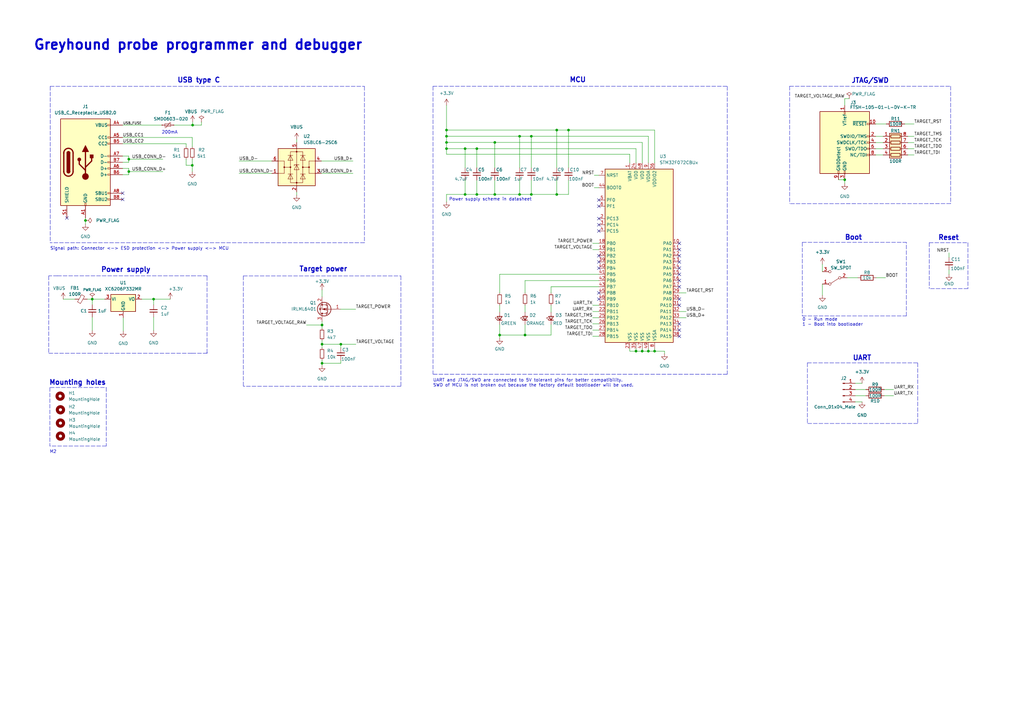
<source format=kicad_sch>
(kicad_sch (version 20211123) (generator eeschema)
  (paper "A3")
  (title_block (title "Greyhound probe programmer and debugger") (date "2022-08-19") (rev "0.1") (company "Jan Gnip"))
  (lib_symbols
    (symbol "Connector:Conn_01x04_Male" (pin_names (offset 1.016) hide)
      (property "Reference" "J" (at 0 5.08 0))
      (property "Value" "Conn_01x04_Male" (at 0 -7.62 0))
      (symbol "Conn_01x04_Male_1_1"
        (pin passive line (at 5.08 2.54 180) (length 3.81) (name "Pin_1") (number "1"))
        (pin passive line (at 5.08 0 180) (length 3.81) (name "Pin_2") (number "2"))
        (pin passive line (at 5.08 -2.54 180) (length 3.81) (name "Pin_3") (number "3"))
        (pin passive line (at 5.08 -5.08 180) (length 3.81) (name "Pin_4") (number "4"))
      )
    )
    (symbol "Connector:Conn_ARM_JTAG_SWD_10" (pin_names (offset 1.016))
      (property "Reference" "J3" (at 4.699 16.383 0))
      (property "Value" "FTSH-105-01-L-DV-K-TR" (at 29.337 14.478 0))
      (symbol "Conn_ARM_JTAG_SWD_10_1_1"
        (pin power_in line (at 0 15.24 270) (length 2.54) (name "VTref") (number "1"))
        (pin open_collector line (at 12.7 7.62 180) (length 2.54) (name "~{RESET}") (number "10"))
        (pin bidirectional line (at 12.7 2.54 180) (length 2.54) (name "SWDIO/TMS") (number "2"))
        (pin power_in line (at 0 -15.24 90) (length 2.54) (name "GND") (number "3"))
        (pin output line (at 12.7 0 180) (length 2.54) (name "SWDCLK/TCK") (number "4"))
        (pin passive line (at 0 -15.24 90) (length 2.54) hide (name "GND") (number "5"))
        (pin input line (at 12.7 -2.54 180) (length 2.54) (name "SWO/TDO") (number "6"))
        (pin no_connect line (at -10.16 0 0) (length 2.54) hide (name "KEY") (number "7"))
        (pin output line (at 12.7 -5.08 180) (length 2.54) (name "NC/TDI") (number "8"))
        (pin passive line (at -2.54 -15.24 90) (length 2.54) (name "GNDDetect") (number "9"))
      )
    )
    (symbol "Connector:USB_C_Receptacle_USB2.0" (pin_names (offset 1.016))
      (property "Reference" "J" (at -10.16 19.05 0))
      (property "Value" "USB_C_Receptacle_USB2.0" (at 19.05 19.05 0))
      (symbol "USB_C_Receptacle_USB2.0_1_1"
        (pin passive line (at 0 -22.86 90) (length 5.08) (name "GND") (number "A1"))
        (pin passive line (at 0 -22.86 90) (length 5.08) hide (name "GND") (number "A12"))
        (pin passive line (at 15.24 15.24 180) (length 5.08) (name "VBUS") (number "A4"))
        (pin bidirectional line (at 15.24 10.16 180) (length 5.08) (name "CC1") (number "A5"))
        (pin bidirectional line (at 15.24 -2.54 180) (length 5.08) (name "D+") (number "A6"))
        (pin bidirectional line (at 15.24 2.54 180) (length 5.08) (name "D-") (number "A7"))
        (pin bidirectional line (at 15.24 -12.7 180) (length 5.08) (name "SBU1") (number "A8"))
        (pin passive line (at 15.24 15.24 180) (length 5.08) hide (name "VBUS") (number "A9"))
        (pin passive line (at 0 -22.86 90) (length 5.08) hide (name "GND") (number "B1"))
        (pin passive line (at 0 -22.86 90) (length 5.08) hide (name "GND") (number "B12"))
        (pin passive line (at 15.24 15.24 180) (length 5.08) hide (name "VBUS") (number "B4"))
        (pin bidirectional line (at 15.24 7.62 180) (length 5.08) (name "CC2") (number "B5"))
        (pin bidirectional line (at 15.24 -5.08 180) (length 5.08) (name "D+") (number "B6"))
        (pin bidirectional line (at 15.24 0 180) (length 5.08) (name "D-") (number "B7"))
        (pin bidirectional line (at 15.24 -15.24 180) (length 5.08) (name "SBU2") (number "B8"))
        (pin passive line (at 15.24 15.24 180) (length 5.08) hide (name "VBUS") (number "B9"))
        (pin passive line (at -7.62 -22.86 90) (length 5.08) (name "SHIELD") (number "S1"))
      )
    )
    (symbol "Device:C_Small" (pin_numbers hide) (pin_names (offset 0.254) hide)
      (property "Reference" "C" (at 0.254 1.778 0))
      (property "Value" "C_Small" (at 0.254 -2.032 0))
      (symbol "C_Small_1_1"
        (pin passive line (at 0 2.54 270) (length 2.032) (name "~") (number "1"))
        (pin passive line (at 0 -2.54 90) (length 2.032) (name "~") (number "2"))
      )
    )
    (symbol "Device:FerriteBead_Small" (pin_numbers hide) (pin_names (offset 0))
      (property "Reference" "FB" (at 1.905 1.27 0))
      (property "Value" "FerriteBead_Small" (at 1.905 -1.27 0))
      (symbol "FerriteBead_Small_1_1"
        (pin passive line (at 0 2.54 270) (length 1.27) (name "~") (number "1"))
        (pin passive line (at 0 -2.54 90) (length 1.27) (name "~") (number "2"))
      )
    )
    (symbol "Device:LED_Small" (pin_numbers hide) (pin_names (offset 0.254) hide)
      (property "Reference" "D" (at -1.27 3.175 0))
      (property "Value" "LED_Small" (at -4.445 -2.54 0))
      (symbol "LED_Small_1_1"
        (pin passive line (at -2.54 0 0) (length 1.778) (name "K") (number "1"))
        (pin passive line (at 2.54 0 180) (length 1.778) (name "A") (number "2"))
      )
    )
    (symbol "Device:Polyfuse_Small" (pin_numbers hide) (pin_names (offset 0))
      (property "Reference" "F" (at -1.905 0 90))
      (property "Value" "Polyfuse_Small" (at 1.905 0 90))
      (symbol "Polyfuse_Small_1_1"
        (pin passive line (at 0 2.54 270) (length 0.635) (name "~") (number "1"))
        (pin passive line (at 0 -2.54 90) (length 0.635) (name "~") (number "2"))
      )
    )
    (symbol "Device:R" (pin_numbers hide) (pin_names (offset 0))
      (property "Reference" "R" (at 2.032 0 90))
      (property "Value" "R" (at 0 0 90))
      (symbol "R_1_1"
        (pin passive line (at 0 3.81 270) (length 1.27) (name "~") (number "1"))
        (pin passive line (at 0 -3.81 90) (length 1.27) (name "~") (number "2"))
      )
    )
    (symbol "Device:R_Pack04" (pin_names (offset 0) hide)
      (property "Reference" "RN" (at -7.62 0 90))
      (property "Value" "R_Pack04" (at 5.08 0 90))
      (symbol "R_Pack04_1_1"
        (pin passive line (at -5.08 -5.08 90) (length 2.54) (name "R1.1") (number "1"))
        (pin passive line (at -2.54 -5.08 90) (length 2.54) (name "R2.1") (number "2"))
        (pin passive line (at 0 -5.08 90) (length 2.54) (name "R3.1") (number "3"))
        (pin passive line (at 2.54 -5.08 90) (length 2.54) (name "R4.1") (number "4"))
        (pin passive line (at 2.54 5.08 270) (length 2.54) (name "R4.2") (number "5"))
        (pin passive line (at 0 5.08 270) (length 2.54) (name "R3.2") (number "6"))
        (pin passive line (at -2.54 5.08 270) (length 2.54) (name "R2.2") (number "7"))
        (pin passive line (at -5.08 5.08 270) (length 2.54) (name "R1.2") (number "8"))
      )
    )
    (symbol "Device:R_Small" (pin_numbers hide) (pin_names (offset 0.254) hide)
      (property "Reference" "R" (at 0.762 0.508 0))
      (property "Value" "R_Small" (at 0.762 -1.016 0))
      (symbol "R_Small_1_1"
        (pin passive line (at 0 2.54 270) (length 0.762) (name "~") (number "1"))
        (pin passive line (at 0 -2.54 90) (length 0.762) (name "~") (number "2"))
      )
    )
    (symbol "MCU_ST_STM32F0:STM32F072CBUx"
      (property "Reference" "U" (at -15.24 36.83 0))
      (property "Value" "STM32F072CBUx" (at 7.62 36.83 0))
      (symbol "STM32F072CBUx_1_1"
        (pin power_in line (at -5.08 38.1 270) (length 2.54) (name "VBAT") (number "1"))
        (pin bidirectional line (at 15.24 5.08 180) (length 2.54) (name "PA0") (number "10"))
        (pin bidirectional line (at 15.24 2.54 180) (length 2.54) (name "PA1") (number "11"))
        (pin bidirectional line (at 15.24 0 180) (length 2.54) (name "PA2") (number "12"))
        (pin bidirectional line (at 15.24 -2.54 180) (length 2.54) (name "PA3") (number "13"))
        (pin bidirectional line (at 15.24 -5.08 180) (length 2.54) (name "PA4") (number "14"))
        (pin bidirectional line (at 15.24 -7.62 180) (length 2.54) (name "PA5") (number "15"))
        (pin bidirectional line (at 15.24 -10.16 180) (length 2.54) (name "PA6") (number "16"))
        (pin bidirectional line (at 15.24 -12.7 180) (length 2.54) (name "PA7") (number "17"))
        (pin bidirectional line (at -17.78 5.08 0) (length 2.54) (name "PB0") (number "18"))
        (pin bidirectional line (at -17.78 2.54 0) (length 2.54) (name "PB1") (number "19"))
        (pin bidirectional line (at -17.78 15.24 0) (length 2.54) (name "PC13") (number "2"))
        (pin bidirectional line (at -17.78 0 0) (length 2.54) (name "PB2") (number "20"))
        (pin bidirectional line (at -17.78 -20.32 0) (length 2.54) (name "PB10") (number "21"))
        (pin bidirectional line (at -17.78 -22.86 0) (length 2.54) (name "PB11") (number "22"))
        (pin power_in line (at -5.08 -38.1 90) (length 2.54) (name "VSS") (number "23"))
        (pin power_in line (at -2.54 38.1 270) (length 2.54) (name "VDD") (number "24"))
        (pin bidirectional line (at -17.78 -25.4 0) (length 2.54) (name "PB12") (number "25"))
        (pin bidirectional line (at -17.78 -27.94 0) (length 2.54) (name "PB13") (number "26"))
        (pin bidirectional line (at -17.78 -30.48 0) (length 2.54) (name "PB14") (number "27"))
        (pin bidirectional line (at -17.78 -33.02 0) (length 2.54) (name "PB15") (number "28"))
        (pin bidirectional line (at 15.24 -15.24 180) (length 2.54) (name "PA8") (number "29"))
        (pin bidirectional line (at -17.78 12.7 0) (length 2.54) (name "PC14") (number "3"))
        (pin bidirectional line (at 15.24 -17.78 180) (length 2.54) (name "PA9") (number "30"))
        (pin bidirectional line (at 15.24 -20.32 180) (length 2.54) (name "PA10") (number "31"))
        (pin bidirectional line (at 15.24 -22.86 180) (length 2.54) (name "PA11") (number "32"))
        (pin bidirectional line (at 15.24 -25.4 180) (length 2.54) (name "PA12") (number "33"))
        (pin bidirectional line (at 15.24 -27.94 180) (length 2.54) (name "PA13") (number "34"))
        (pin power_in line (at -2.54 -38.1 90) (length 2.54) (name "VSS") (number "35"))
        (pin power_in line (at 5.08 38.1 270) (length 2.54) (name "VDDIO2") (number "36"))
        (pin bidirectional line (at 15.24 -30.48 180) (length 2.54) (name "PA14") (number "37"))
        (pin bidirectional line (at 15.24 -33.02 180) (length 2.54) (name "PA15") (number "38"))
        (pin bidirectional line (at -17.78 -2.54 0) (length 2.54) (name "PB3") (number "39"))
        (pin bidirectional line (at -17.78 10.16 0) (length 2.54) (name "PC15") (number "4"))
        (pin bidirectional line (at -17.78 -5.08 0) (length 2.54) (name "PB4") (number "40"))
        (pin bidirectional line (at -17.78 -7.62 0) (length 2.54) (name "PB5") (number "41"))
        (pin bidirectional line (at -17.78 -10.16 0) (length 2.54) (name "PB6") (number "42"))
        (pin bidirectional line (at -17.78 -12.7 0) (length 2.54) (name "PB7") (number "43"))
        (pin input line (at -17.78 27.94 0) (length 2.54) (name "BOOT0") (number "44"))
        (pin bidirectional line (at -17.78 -15.24 0) (length 2.54) (name "PB8") (number "45"))
        (pin bidirectional line (at -17.78 -17.78 0) (length 2.54) (name "PB9") (number "46"))
        (pin power_in line (at 0 -38.1 90) (length 2.54) (name "VSS") (number "47"))
        (pin power_in line (at 0 38.1 270) (length 2.54) (name "VDD") (number "48"))
        (pin power_in line (at 2.54 -38.1 90) (length 2.54) (name "VSS") (number "49"))
        (pin input line (at -17.78 22.86 0) (length 2.54) (name "PF0") (number "5"))
        (pin input line (at -17.78 20.32 0) (length 2.54) (name "PF1") (number "6"))
        (pin input line (at -17.78 33.02 0) (length 2.54) (name "NRST") (number "7"))
        (pin power_in line (at 5.08 -38.1 90) (length 2.54) (name "VSSA") (number "8"))
        (pin power_in line (at 2.54 38.1 270) (length 2.54) (name "VDDA") (number "9"))
      )
    )
    (symbol "Mechanical:MountingHole" (pin_names (offset 1.016))
      (property "Reference" "H" (at 0 5.08 0))
      (property "Value" "MountingHole" (at 0 3.175 0))
    )
    (symbol "Power_Protection:USBLC6-2SC6" (pin_names hide)
      (property "Reference" "U" (at 2.54 8.89 0))
      (property "Value" "USBLC6-2SC6" (at 2.54 -8.89 0))
      (symbol "USBLC6-2SC6_1_1"
        (pin passive line (at -10.16 -2.54 0) (length 2.54) (name "I/O1") (number "1"))
        (pin passive line (at 0 -10.16 90) (length 2.54) (name "GND") (number "2"))
        (pin passive line (at 10.16 -2.54 180) (length 2.54) (name "I/O2") (number "3"))
        (pin passive line (at 10.16 2.54 180) (length 2.54) (name "I/O2") (number "4"))
        (pin passive line (at 0 10.16 270) (length 2.54) (name "VBUS") (number "5"))
        (pin passive line (at -10.16 2.54 0) (length 2.54) (name "I/O1") (number "6"))
      )
    )
    (symbol "Regulator_Linear:XC6206PxxxMR" (pin_names (offset 0.254))
      (property "Reference" "U" (at -3.81 3.175 0))
      (property "Value" "XC6206PxxxMR" (at 0 3.175 0))
      (symbol "XC6206PxxxMR_1_1"
        (pin power_in line (at 0 -7.62 90) (length 2.54) (name "GND") (number "1"))
        (pin power_out line (at 7.62 0 180) (length 2.54) (name "VO") (number "2"))
        (pin power_in line (at -7.62 0 0) (length 2.54) (name "VI") (number "3"))
      )
    )
    (symbol "Switch:SW_SPDT" (pin_names (offset 0) hide)
      (property "Reference" "SW" (at 0 4.318 0))
      (property "Value" "SW_SPDT" (at 0 -5.08 0))
      (symbol "SW_SPDT_1_1"
        (pin passive line (at 5.08 2.54 180) (length 2.54) (name "A") (number "1"))
        (pin passive line (at -5.08 0 0) (length 2.54) (name "B") (number "2"))
        (pin passive line (at 5.08 -2.54 180) (length 2.54) (name "C") (number "3"))
      )
    )
    (symbol "Transistor_FET:IRLML6401" (pin_names hide)
      (property "Reference" "Q" (at 5.08 1.905 0))
      (property "Value" "IRLML6401" (at 5.08 0 0))
      (symbol "IRLML6401_1_1"
        (pin input line (at -5.08 0 0) (length 2.54) (name "G") (number "1"))
        (pin passive line (at 2.54 -5.08 90) (length 2.54) (name "S") (number "2"))
        (pin passive line (at 2.54 5.08 270) (length 2.54) (name "D") (number "3"))
      )
    )
    (symbol "power:+3.3V" (power) (pin_names (offset 0))
      (property "Value" "+3.3V" (at 0 3.556 0))
      (symbol "+3.3V_1_1"
        (pin power_in line (at 0 0 90) (length 0) hide (name "+3.3V") (number "1"))
      )
    )
    (symbol "power:GND" (power) (pin_names (offset 0))
      (property "Value" "GND" (at 0 -3.81 0))
      (symbol "GND_1_1"
        (pin power_in line (at 0 0 270) (length 0) hide (name "GND") (number "1"))
      )
    )
    (symbol "power:PWR_FLAG" (power) (pin_numbers hide) (pin_names (offset 0) hide)
      (property "Value" "PWR_FLAG" (at 0 3.81 0))
      (symbol "PWR_FLAG_0_0"
        (pin power_out line (at 0 0 90) (length 0) (name "pwr") (number "1"))
      )
    )
    (symbol "power:VBUS" (power) (pin_names (offset 0))
      (property "Value" "VBUS" (at 0 3.81 0))
      (symbol "VBUS_1_1"
        (pin power_in line (at 0 0 90) (length 0) hide (name "VBUS") (number "1"))
      )
    )
  )
  (junction (at 215.3412 137.414))
  (junction (at 217.932 79.756))
  (junction (at 190.754 79.756))
  (junction (at 195.58 60.96))
  (junction (at 217.932 55.88))
  (junction (at 78.867 67.818))
  (junction (at 233.172 53.34))
  (junction (at 228.346 53.34))
  (junction (at 78.994 51.308))
  (junction (at 183.134 60.96))
  (junction (at 213.106 55.88))
  (junction (at 263.398 144.018))
  (junction (at 37.846 122.682))
  (junction (at 228.346 79.756))
  (junction (at 346.456 73.7108))
  (junction (at 132.08 141.1732))
  (junction (at 62.992 122.682))
  (junction (at 190.754 60.96))
  (junction (at 268.478 144.018))
  (junction (at 202.946 58.42))
  (junction (at 202.946 79.756))
  (junction (at 183.134 53.34))
  (junction (at 213.106 79.756))
  (junction (at 195.58 79.756))
  (junction (at 132.08 133.2992))
  (junction (at 265.938 144.018))
  (junction (at 52.832 70.358))
  (junction (at 204.9272 137.414))
  (junction (at 183.134 55.88))
  (junction (at 260.858 144.018))
  (junction (at 132.08 148.9964))
  (junction (at 139.8016 141.1732))
  (junction (at 35.052 90.424))
  (junction (at 183.134 58.42))
  (junction (at 52.832 65.278))
  (no_connect (at 278.638 135.382))
  (no_connect (at 278.638 117.602))
  (no_connect (at 27.432 89.408))
  (no_connect (at 278.638 99.822))
  (no_connect (at 278.638 112.522))
  (no_connect (at 278.638 102.362))
  (no_connect (at 278.638 132.842))
  (no_connect (at 278.638 122.682))
  (no_connect (at 50.292 79.248))
  (no_connect (at 278.638 125.222))
  (no_connect (at 278.638 109.982))
  (no_connect (at 278.638 137.922))
  (no_connect (at 245.618 120.142))
  (no_connect (at 245.618 122.682))
  (no_connect (at 245.618 109.982))
  (no_connect (at 245.618 107.442))
  (no_connect (at 245.618 104.902))
  (no_connect (at 245.618 94.742))
  (no_connect (at 245.618 92.202))
  (no_connect (at 245.618 82.042))
  (no_connect (at 245.618 84.582))
  (no_connect (at 245.618 89.662))
  (no_connect (at 50.292 81.788))
  (no_connect (at 278.638 107.442))
  (no_connect (at 278.638 104.902))
  (no_connect (at 278.638 115.062))
  (wire (pts (xy 245.618 125.222) (xy 243.078 125.222)))
  (wire (pts (xy 52.832 70.358) (xy 52.832 71.628)))
  (wire (pts (xy 52.832 65.278) (xy 52.832 66.548)))
  (wire (pts (xy 268.478 144.018) (xy 272.542 144.018)))
  (wire (pts (xy 346.456 40.4368) (xy 348.2848 40.4368)))
  (wire (pts (xy 132.08 141.1732) (xy 139.8016 141.1732)))
  (wire (pts (xy 37.846 122.682) (xy 37.846 124.968)))
  (wire (pts (xy 202.946 58.42) (xy 263.398 58.42)))
  (wire (pts (xy 202.946 79.756) (xy 195.58 79.756)))
  (wire (pts (xy 52.832 70.358) (xy 66.802 70.358)))
  (polyline (pts (xy 397.002 99.5172) (xy 397.002 118.364)))
  (wire (pts (xy 183.134 58.42) (xy 183.134 60.96)))
  (wire (pts (xy 346.456 73.7108) (xy 346.456 75.2348)))
  (wire (pts (xy 78.867 67.818) (xy 78.867 65.278)))
  (wire (pts (xy 204.9272 133.096) (xy 204.9272 137.414)))
  (wire (pts (xy 195.58 79.756) (xy 195.58 73.914)))
  (polyline (pts (xy 331.1652 148.844) (xy 376.3772 148.844)))
  (wire (pts (xy 195.58 60.96) (xy 195.58 68.834)))
  (polyline (pts (xy 84.9122 113.157) (xy 84.9122 113.411)))
  (wire (pts (xy 265.938 144.018) (xy 268.478 144.018)))
  (wire (pts (xy 268.478 53.34) (xy 268.478 66.802)))
  (polyline (pts (xy 20.574 35.433) (xy 149.479 35.433)))
  (wire (pts (xy 125.6792 133.2992) (xy 132.08 133.2992)))
  (polyline (pts (xy 329.0824 99.4156) (xy 329.0824 129.5908)))
  (polyline (pts (xy 23.5712 113.157) (xy 20.0152 113.157)))
  (wire (pts (xy 62.992 122.682) (xy 69.85 122.682)))
  (wire (pts (xy 233.172 53.34) (xy 268.478 53.34)))
  (wire (pts (xy 132.08 118.9228) (xy 132.08 121.7168)))
  (polyline (pts (xy 99.822 113.1824) (xy 99.822 158.3944)))
  (polyline (pts (xy 20.0152 113.157) (xy 20.0152 144.907)))
  (wire (pts (xy 139.7 126.7968) (xy 145.8976 126.7968)))
  (polyline (pts (xy 331.1652 148.844) (xy 331.1652 173.6852)))
  (wire (pts (xy 215.3412 125.222) (xy 215.3412 128.016)))
  (wire (pts (xy 226.0092 117.602) (xy 226.0092 120.142)))
  (polyline (pts (xy 376.3772 148.844) (xy 376.3772 173.6852)))
  (wire (pts (xy 204.9272 112.522) (xy 204.9272 120.142)))
  (wire (pts (xy 78.867 56.388) (xy 78.867 60.198)))
  (wire (pts (xy 350.774 164.846) (xy 353.568 164.846)))
  (wire (pts (xy 190.754 60.96) (xy 195.58 60.96)))
  (wire (pts (xy 243.713 76.962) (xy 245.618 76.962)))
  (polyline (pts (xy 78.6892 144.907) (xy 23.5712 144.907)))
  (wire (pts (xy 190.754 79.756) (xy 195.58 79.756)))
  (wire (pts (xy 226.0092 125.222) (xy 226.0092 128.016)))
  (wire (pts (xy 190.754 73.914) (xy 190.754 79.756)))
  (polyline (pts (xy 371.7544 129.5908) (xy 371.7544 99.4156)))
  (polyline (pts (xy 376.3772 173.6852) (xy 331.1652 173.6852)))
  (wire (pts (xy 204.9272 112.522) (xy 245.618 112.522)))
  (wire (pts (xy 343.916 73.7108) (xy 346.456 73.7108)))
  (wire (pts (xy 278.638 130.302) (xy 281.432 130.302)))
  (wire (pts (xy 183.134 43.18) (xy 183.134 53.34)))
  (wire (pts (xy 260.858 143.002) (xy 260.858 144.018)))
  (wire (pts (xy 204.9272 137.414) (xy 204.9272 138.684)))
  (wire (pts (xy 265.938 143.002) (xy 265.938 144.018)))
  (wire (pts (xy 265.938 55.88) (xy 265.938 66.802)))
  (wire (pts (xy 213.106 73.914) (xy 213.106 79.756)))
  (polyline (pts (xy 298.2468 35.4076) (xy 298.2468 153.5176)))
  (wire (pts (xy 139.8016 141.1732) (xy 145.9992 141.1732)))
  (wire (pts (xy 228.346 73.914) (xy 228.346 79.756)))
  (wire (pts (xy 372.364 63.5508) (xy 374.904 63.5508)))
  (wire (pts (xy 202.946 79.756) (xy 213.106 79.756)))
  (wire (pts (xy 35.814 122.682) (xy 37.846 122.682)))
  (wire (pts (xy 202.946 73.914) (xy 202.946 79.756)))
  (wire (pts (xy 260.858 144.018) (xy 263.398 144.018)))
  (polyline (pts (xy 84.9122 113.411) (xy 84.9122 145.161)))
  (wire (pts (xy 35.052 90.424) (xy 35.052 91.948)))
  (wire (pts (xy 183.134 53.34) (xy 228.346 53.34)))
  (wire (pts (xy 204.9272 125.222) (xy 204.9272 128.016)))
  (wire (pts (xy 62.992 122.682) (xy 62.992 124.968)))
  (wire (pts (xy 389.2296 110.6424) (xy 389.2296 112.522)))
  (polyline (pts (xy 20.0152 144.907) (xy 23.5712 144.907)))
  (wire (pts (xy 263.398 58.42) (xy 263.398 66.802)))
  (wire (pts (xy 245.618 135.382) (xy 243.078 135.382)))
  (wire (pts (xy 359.41 113.9444) (xy 363.22 113.9444)))
  (polyline (pts (xy 329.0824 129.5908) (xy 371.7544 129.5908)))
  (polyline (pts (xy 397.002 118.364) (xy 381.1016 118.364)))
  (polyline (pts (xy 177.5968 35.4076) (xy 177.5968 153.5176)))
  (wire (pts (xy 50.292 71.628) (xy 52.832 71.628)))
  (wire (pts (xy 362.712 159.766) (xy 366.522 159.766)))
  (wire (pts (xy 245.618 99.822) (xy 243.078 99.822)))
  (wire (pts (xy 25.908 122.682) (xy 30.734 122.682)))
  (wire (pts (xy 337.312 116.4844) (xy 337.312 121.1072)))
  (wire (pts (xy 139.8016 141.1732) (xy 139.8016 142.6972)))
  (polyline (pts (xy 43.5864 158.9278) (xy 43.5864 182.9308)))
  (wire (pts (xy 350.774 162.306) (xy 355.092 162.306)))
  (wire (pts (xy 359.156 61.0108) (xy 362.204 61.0108)))
  (wire (pts (xy 245.618 130.302) (xy 243.078 130.302)))
  (wire (pts (xy 359.156 50.8508) (xy 363.474 50.8508)))
  (polyline (pts (xy 389.89 35.3568) (xy 389.89 83.4898)))
  (polyline (pts (xy 149.479 35.433) (xy 149.479 99.568)))
  (wire (pts (xy 346.456 43.2308) (xy 346.456 40.4368)))
  (wire (pts (xy 121.666 78.74) (xy 121.666 80.01)))
  (polyline (pts (xy 43.5864 182.9308) (xy 20.4724 182.9308)))
  (wire (pts (xy 217.932 55.88) (xy 265.938 55.88)))
  (polyline (pts (xy 149.479 99.568) (xy 20.574 99.568)))
  (wire (pts (xy 226.0092 117.602) (xy 245.618 117.602)))
  (wire (pts (xy 202.946 58.42) (xy 202.946 68.834)))
  (wire (pts (xy 213.106 55.88) (xy 213.106 68.834)))
  (wire (pts (xy 78.994 50.038) (xy 78.994 51.308)))
  (wire (pts (xy 98.044 66.04) (xy 111.506 66.04)))
  (wire (pts (xy 52.832 65.278) (xy 66.802 65.278)))
  (polyline (pts (xy 389.89 83.4898) (xy 323.85 83.5152)))
  (polyline (pts (xy 177.5968 35.4076) (xy 298.2468 35.4076)))
  (wire (pts (xy 62.992 130.048) (xy 62.992 135.5344)))
  (wire (pts (xy 362.712 162.306) (xy 366.522 162.306)))
  (polyline (pts (xy 323.85 35.3568) (xy 389.89 35.3568)))
  (wire (pts (xy 76.327 65.278) (xy 76.327 67.818)))
  (polyline (pts (xy 164.4396 158.3944) (xy 99.822 158.3944)))
  (wire (pts (xy 243.713 71.882) (xy 245.618 71.882)))
  (wire (pts (xy 131.826 71.12) (xy 144.78 71.12)))
  (wire (pts (xy 245.618 102.362) (xy 243.078 102.362)))
  (wire (pts (xy 98.044 71.12) (xy 111.506 71.12)))
  (wire (pts (xy 228.346 79.756) (xy 233.172 79.756)))
  (wire (pts (xy 263.398 144.018) (xy 265.938 144.018)))
  (wire (pts (xy 132.08 131.8768) (xy 132.08 133.2992)))
  (wire (pts (xy 50.292 66.548) (xy 52.832 66.548)))
  (wire (pts (xy 389.2296 103.6828) (xy 389.2296 105.5624)))
  (wire (pts (xy 190.754 60.96) (xy 190.754 68.834)))
  (polyline (pts (xy 20.574 35.433) (xy 20.574 99.568)))
  (wire (pts (xy 268.478 143.002) (xy 268.478 144.018)))
  (polyline (pts (xy 78.6892 144.907) (xy 84.9122 144.907)))
  (polyline (pts (xy 78.6892 113.157) (xy 84.9122 113.157)))
  (wire (pts (xy 350.774 157.226) (xy 353.568 157.226)))
  (wire (pts (xy 190.754 79.756) (xy 183.134 79.756)))
  (wire (pts (xy 226.0092 133.096) (xy 226.0092 137.414)))
  (wire (pts (xy 372.364 61.0108) (xy 374.904 61.0108)))
  (polyline (pts (xy 99.822 113.1824) (xy 164.4396 113.1824)))
  (wire (pts (xy 347.472 113.9444) (xy 351.79 113.9444)))
  (polyline (pts (xy 84.9122 144.907) (xy 84.9122 144.526)))
  (wire (pts (xy 245.618 132.842) (xy 243.078 132.842)))
  (wire (pts (xy 132.08 139.7) (xy 132.08 141.1732)))
  (wire (pts (xy 213.106 79.756) (xy 217.932 79.756)))
  (wire (pts (xy 183.134 60.96) (xy 183.134 63.246)))
  (wire (pts (xy 76.327 67.818) (xy 78.867 67.818)))
  (wire (pts (xy 183.134 58.42) (xy 202.946 58.42)))
  (polyline (pts (xy 381.1016 99.5172) (xy 397.002 99.5172)))
  (wire (pts (xy 258.318 143.002) (xy 258.318 144.018)))
  (wire (pts (xy 82.6262 50.038) (xy 82.6262 51.308)))
  (wire (pts (xy 132.08 148.9964) (xy 132.08 149.9108)))
  (wire (pts (xy 228.346 53.34) (xy 228.346 68.834)))
  (polyline (pts (xy 164.4396 113.1824) (xy 164.4396 158.3944)))
  (wire (pts (xy 359.156 63.5508) (xy 362.204 63.5508)))
  (wire (pts (xy 52.832 69.088) (xy 52.832 70.358)))
  (wire (pts (xy 195.58 60.96) (xy 260.858 60.96)))
  (wire (pts (xy 217.932 55.88) (xy 217.932 68.834)))
  (wire (pts (xy 50.292 58.928) (xy 76.327 58.928)))
  (wire (pts (xy 217.932 79.756) (xy 228.346 79.756)))
  (wire (pts (xy 272.542 144.018) (xy 272.542 145.034)))
  (wire (pts (xy 121.666 57.15) (xy 121.666 58.42)))
  (wire (pts (xy 215.3412 137.414) (xy 226.0092 137.414)))
  (wire (pts (xy 372.364 55.9308) (xy 374.904 55.9308)))
  (polyline (pts (xy 20.5994 158.9278) (xy 43.5864 158.9278)))
  (wire (pts (xy 258.318 63.246) (xy 258.318 66.802)))
  (wire (pts (xy 50.292 56.388) (xy 78.867 56.388)))
  (wire (pts (xy 76.327 58.928) (xy 76.327 60.198)))
  (polyline (pts (xy 298.2468 153.5176) (xy 177.5968 153.5176)))
  (wire (pts (xy 37.846 122.682) (xy 42.926 122.682)))
  (wire (pts (xy 217.932 79.756) (xy 217.932 73.914)))
  (wire (pts (xy 52.832 64.008) (xy 52.832 65.278)))
  (wire (pts (xy 50.292 64.008) (xy 52.832 64.008)))
  (wire (pts (xy 228.346 53.34) (xy 233.172 53.34)))
  (wire (pts (xy 245.618 137.922) (xy 243.078 137.922)))
  (wire (pts (xy 213.106 55.88) (xy 217.932 55.88)))
  (wire (pts (xy 132.08 133.2992) (xy 132.08 134.62)))
  (wire (pts (xy 132.08 147.6756) (xy 132.08 148.9964)))
  (wire (pts (xy 245.618 127.762) (xy 243.078 127.762)))
  (polyline (pts (xy 23.5712 113.157) (xy 78.6892 113.157)))
  (wire (pts (xy 35.052 89.408) (xy 35.052 90.424)))
  (wire (pts (xy 131.826 66.04) (xy 144.78 66.04)))
  (polyline (pts (xy 329.0824 99.4156) (xy 371.7544 99.4156)))
  (wire (pts (xy 139.8016 148.9964) (xy 139.8016 147.7772)))
  (wire (pts (xy 132.08 148.9964) (xy 139.8016 148.9964)))
  (wire (pts (xy 71.374 51.308) (xy 78.994 51.308)))
  (wire (pts (xy 183.134 60.96) (xy 190.754 60.96)))
  (wire (pts (xy 183.134 55.88) (xy 183.134 58.42)))
  (wire (pts (xy 183.134 53.34) (xy 183.134 55.88)))
  (wire (pts (xy 371.094 50.8508) (xy 374.904 50.8508)))
  (wire (pts (xy 258.318 144.018) (xy 260.858 144.018)))
  (wire (pts (xy 50.292 51.308) (xy 66.294 51.308)))
  (wire (pts (xy 278.638 127.762) (xy 281.432 127.762)))
  (wire (pts (xy 215.3412 115.062) (xy 245.618 115.062)))
  (wire (pts (xy 78.994 51.308) (xy 82.6262 51.308)))
  (wire (pts (xy 58.166 122.682) (xy 62.992 122.682)))
  (wire (pts (xy 233.172 79.756) (xy 233.172 73.914)))
  (wire (pts (xy 372.364 58.4708) (xy 374.904 58.4708)))
  (wire (pts (xy 278.638 120.142) (xy 281.432 120.142)))
  (polyline (pts (xy 323.85 35.3568) (xy 323.85 83.4898)))
  (wire (pts (xy 233.172 53.34) (xy 233.172 68.834)))
  (wire (pts (xy 78.867 67.818) (xy 78.867 70.358)))
  (wire (pts (xy 337.312 108.3564) (xy 337.312 111.4044)))
  (wire (pts (xy 263.398 143.002) (xy 263.398 144.018)))
  (polyline (pts (xy 20.4724 158.9278) (xy 20.4724 182.9308)))
  (wire (pts (xy 215.3412 133.096) (xy 215.3412 137.414)))
  (wire (pts (xy 50.292 69.088) (xy 52.832 69.088)))
  (wire (pts (xy 350.774 159.766) (xy 355.092 159.766)))
  (wire (pts (xy 359.156 58.4708) (xy 362.204 58.4708)))
  (wire (pts (xy 260.858 60.96) (xy 260.858 66.802)))
  (wire (pts (xy 215.3412 115.062) (xy 215.3412 120.142)))
  (wire (pts (xy 50.546 130.302) (xy 50.546 135.7884)))
  (polyline (pts (xy 381.1016 99.5172) (xy 381.1016 118.364)))
  (wire (pts (xy 183.134 79.756) (xy 183.134 82.804)))
  (wire (pts (xy 359.156 55.9308) (xy 362.204 55.9308)))
  (wire (pts (xy 37.846 130.048) (xy 37.846 135.5344)))
  (wire (pts (xy 183.134 63.246) (xy 258.318 63.246)))
  (wire (pts (xy 132.08 141.1732) (xy 132.08 142.5956)))
  (wire (pts (xy 204.9272 137.414) (xy 215.3412 137.414)))
  (wire (pts (xy 183.134 55.88) (xy 213.106 55.88)))
  (text "M2" (at 20.3454 186.1058 0) (effects (font (size 1.27 1.27)) (justify left bottom)))
  (text "Boot" (at 346.4052 98.6536 0) (effects (font (size 2 2) (thickness 0.4) bold) (justify left bottom)))
  (text "Reset" (at 384.7084 98.7552 0) (effects (font (size 2 2) (thickness 0.4) bold) (justify left bottom)))
  (text "Power supply" (at 41.3512 111.887 0) (effects (font (size 2 2) (thickness 0.4) bold) (justify left bottom)))
  (text "200mA" (at 66.294 55.118 0) (effects (font (size 1.27 1.27)) (justify left bottom)))
  (text "Greyhound probe programmer and debugger" (at 13.589 20.828 0) (effects (font (size 4 4) (thickness 0.8) bold) (justify left bottom)))
  (text "Target power" (at 122.6312 111.6076 0) (effects (font (size 2 2) (thickness 0.4) bold) (justify left bottom)))
  (text "0 - Run mode\n1 - Boot into bootloader" (at 329.0316 133.9088 0) (effects (font (size 1.27 1.27)) (justify left bottom)))
  (text "UART" (at 349.6564 148.082 0) (effects (font (size 2 2) (thickness 0.4) bold) (justify left bottom)))
  (text "MCU" (at 233.5276 34.036 0) (effects (font (size 2 2) (thickness 0.4) bold) (justify left bottom)))
  (text "Signal path: Connector <-> ESD protection <-> Power supply <-> MCU" (at 20.574 102.743 0) (effects (font (size 1.27 1.27)) (justify left bottom)))
  (text "JTAG/SWD" (at 349.123 34.3408 0) (effects (font (size 2 2) (thickness 0.4) bold) (justify left bottom)))
  (text "Power supply scheme in datasheet" (at 184.15 82.55 0) (effects (font (size 1.27 1.27)) (justify left bottom)))
  (text "Mounting holes" (at 20.0914 158.1658 0) (effects (font (size 2 2) (thickness 0.4) bold) (justify left bottom)))
  (text "UART and JTAG/SWD are connected to 5V tolerant pins for better compatibility.\nSWD of MCU is not broken out because the factory default bootloader will be used." (at 177.5968 158.8516 0) (effects (font (size 1.27 1.27)) (justify left bottom)))
  (text "USB type C" (at 72.644 34.163 0) (effects (font (size 2 2) (thickness 0.4) bold) (justify left bottom)))
  (label "TARGET_TDI" (at 243.078 137.922 180))
  (label "TARGET_VOLTAGE_RAW" (at 125.6792 133.2992 180))
  (label "USB_CONN_D+" (at 54.102 70.358 0))
  (label "TARGET_TDO" (at 243.078 135.382 180))
  (label "USB_D+" (at 281.432 130.302 0))
  (label "UART_RX" (at 243.078 127.762 180))
  (label "TARGET_TDO" (at 374.904 61.0108 0))
  (label "TARGET_VOLTAGE" (at 145.9992 141.1732 0))
  (label "UART_TX" (at 243.078 125.222 180))
  (label "TARGET_VOLTAGE" (at 243.078 102.362 180))
  (label "USB_D-" (at 98.044 66.04 0))
  (label "BOOT" (at 243.713 76.962 180))
  (label "NRST" (at 243.713 71.882 180))
  (label "NRST" (at 389.2296 103.6828 180))
  (label "USB_CC1" (at 50.292 56.388 0))
  (label "BOOT" (at 363.22 113.9444 0))
  (label "TARGET_TCK" (at 243.078 132.842 180))
  (label "USB_D+" (at 144.78 66.04 180))
  (label "TARGET_RST" (at 281.432 120.142 0))
  (label "TARGET_TMS" (at 243.078 130.302 180))
  (label "USB_FUSE" (at 50.419 51.308 0) (effects (font (size 1 1))))
  (label "TARGET_TDI" (at 374.904 63.5508 0))
  (label "TARGET_POWER" (at 243.078 99.822 180))
  (label "TARGET_TCK" (at 374.904 58.4708 0))
  (label "TARGET_RST" (at 374.904 50.8508 0))
  (label "TARGET_POWER" (at 145.8976 126.7968 0))
  (label "TARGET_TMS" (at 374.904 55.9308 0))
  (label "UART_TX" (at 366.522 162.306 0))
  (label "USB_CC2" (at 50.292 58.928 0))
  (label "TARGET_VOLTAGE_RAW" (at 346.456 40.4368 180))
  (label "USB_CONN_D-" (at 54.102 65.278 0))
  (label "UART_RX" (at 366.522 159.766 0))
  (label "USB_CONN_D-" (at 98.044 71.12 0))
  (label "USB_D-" (at 281.432 127.762 0))
  (label "USB_CONN_D+" (at 144.78 71.12 180))
  (symbol (lib_id "Device:R") (at 358.902 159.766 90) (unit 1)
    (property "Reference" "R9" (at 358.902 157.734 90))
    (property "Value" "100R" (at 358.9528 159.8168 90))
    (property "Footprint" "Resistor_SMD:R_0603_1608Metric" (effects hide))
  )
  (symbol (lib_id "Device:C_Small") (at 139.8016 145.2372 0) (unit 1)
    (property "Reference" "C3" (at 140.3096 143.4592 0) (effects (justify left)))
    (property "Value" "100nF" (at 139.9286 147.2692 0) (effects (justify left)))
    (property "Footprint" "Capacitor_SMD:C_0603_1608Metric" (effects hide))
  )
  (symbol (lib_id "Device:Polyfuse_Small") (at 68.834 51.308 90) (unit 1)
    (property "Reference" "F1" (at 68.834 46.228 90))
    (property "Value" "SMD0603-020" (at 70.104 48.768 90))
    (property "Footprint" "Fuse:Fuse_0603_1608Metric" (effects hide))
    (property "LCSC Part" "C2760255" (effects hide))
  )
  (symbol (lib_id "Device:R") (at 358.902 162.306 90) (unit 1)
    (property "Reference" "R10" (at 358.902 164.4396 90))
    (property "Value" "100R" (at 358.9528 162.3568 90))
    (property "Footprint" "Resistor_SMD:R_0603_1608Metric" (effects hide))
  )
  (symbol (lib_id "power:GND") (at 272.542 145.034 0) (unit 1)
    (property "Reference" "#PWR016" (effects hide))
    (property "Value" "GND" (at 272.542 150.114 0))
  )
  (symbol (lib_id "Device:R_Small") (at 226.0092 122.682 0) (unit 1)
    (property "Reference" "R7" (at 227.5332 121.4755 0) (effects (justify left)))
    (property "Value" "1k" (at 227.5332 124.0155 0) (effects (justify left)))
    (property "Footprint" "Resistor_SMD:R_0603_1608Metric" (effects hide))
  )
  (symbol (lib_id "Device:R_Pack04") (at 367.284 61.0108 270) (unit 1)
    (property "Reference" "RN1" (at 367.284 53.6448 90))
    (property "Value" "100R" (at 367.284 66.0908 90))
    (property "Footprint" "Resistor_SMD:R_Array_Convex_4x0603" (effects hide))
    (property "LCSC Part" "C25506" (effects hide))
  )
  (symbol (lib_id "Mechanical:MountingHole") (at 24.7904 178.8668 0) (unit 1) (in_bom no)
    (property "Reference" "H4" (at 28.2194 177.5968 0) (effects (justify left)))
    (property "Value" "MountingHole" (at 28.2194 180.1368 0) (effects (justify left)))
    (property "Footprint" "MountingHole:MountingHole_2.2mm_M2" (effects hide))
  )
  (symbol (lib_id "Connector:USB_C_Receptacle_USB2.0") (at 35.052 66.548 0) (unit 1)
    (property "Reference" "J1" (at 35.052 43.688 0))
    (property "Value" "USB_C_Receptacle_USB2.0" (at 35.052 46.228 0))
    (property "Footprint" "Connector_USB:USB_C_Receptacle_HRO_TYPE-C-31-M-12" (effects hide))
    (property "Datasheet" "https://www.usb.org/sites/default/files/documents/usb_type-c.zip" (effects hide))
    (property "LCSC Part" "C165948" (effects hide))
  )
  (symbol (lib_id "power:GND") (at 337.312 121.1072 0) (unit 1)
    (property "Reference" "#PWR018" (effects hide))
    (property "Value" "GND" (at 337.312 126.0856 0))
  )
  (symbol (lib_id "power:+3.3V") (at 337.312 108.3564 0) (unit 1)
    (property "Reference" "#PWR017" (effects hide))
    (property "Value" "+3.3V" (at 337.312 103.4034 0))
  )
  (symbol (lib_id "power:VBUS") (at 25.908 122.682 0) (unit 1)
    (property "Reference" "#PWR01" (effects hide))
    (property "Value" "VBUS" (at 24.257 118.2116 0))
  )
  (symbol (lib_id "Device:LED_Small") (at 226.0092 130.556 90) (unit 1)
    (property "Reference" "D3" (at 227.7872 129.286 90) (effects (justify right)))
    (property "Value" "RED" (at 226.7712 132.588 90) (effects (justify right)))
    (property "Footprint" "Diode_SMD:D_0603_1608Metric" (effects hide))
    (property "LCSC Part" "C72044" (effects hide))
  )
  (symbol (lib_id "Device:FerriteBead_Small") (at 33.274 122.682 90) (unit 1)
    (property "Reference" "FB1" (at 30.7086 118.11 90))
    (property "Value" "100R" (at 30.7086 120.65 90))
    (property "Footprint" "Inductor_SMD:L_0603_1608Metric" (effects hide))
    (property "LCSC Part" "C74325" (effects hide))
  )
  (symbol (lib_id "power:+3.3V") (at 69.85 122.682 0) (unit 1)
    (property "Reference" "#PWR06" (effects hide))
    (property "Value" "+3.3V" (at 72.0598 118.4656 0))
  )
  (symbol (lib_id "power:GND") (at 35.052 91.948 0) (unit 1)
    (property "Reference" "#PWR02" (effects hide))
    (property "Value" "GND" (at 35.052 97.028 0))
  )
  (symbol (lib_id "Switch:SW_SPDT") (at 342.392 113.9444 180) (unit 1)
    (property "Reference" "SW1" (at 344.932 107.2896 0))
    (property "Value" "SW_SPDT" (at 344.932 109.8296 0))
    (property "Footprint" "Button_Switch_SMD:SW_SPDT_PCM12" (effects hide))
    (property "LCSC Part" "C514016" (effects hide))
  )
  (symbol (lib_id "Mechanical:MountingHole") (at 24.7904 168.0718 0) (unit 1) (in_bom no)
    (property "Reference" "H2" (at 28.0924 166.8017 0) (effects (justify left)))
    (property "Value" "MountingHole" (at 28.0924 169.3417 0) (effects (justify left)))
    (property "Footprint" "MountingHole:MountingHole_2.2mm_M2" (effects hide))
  )
  (symbol (lib_id "power:GND") (at 50.546 135.7884 0) (unit 1)
    (property "Reference" "#PWR04" (effects hide))
    (property "Value" "GND" (at 50.546 140.8684 0))
  )
  (symbol (lib_id "power:GND") (at 353.568 164.846 0) (unit 1)
    (property "Reference" "#PWR021" (effects hide))
    (property "Value" "GND" (at 353.568 170.2816 0))
  )
  (symbol (lib_id "Regulator_Linear:XC6206PxxxMR") (at 50.546 122.682 0) (unit 1)
    (property "Reference" "U1" (at 50.546 115.951 0))
    (property "Value" "XC6206P332MR" (at 50.546 118.491 0))
    (property "Footprint" "Package_TO_SOT_SMD:SOT-23" (effects hide))
    (property "Datasheet" "https://www.torexsemi.com/file/xc6206/XC6206.pdf" (effects hide))
    (property "LCSC Part" "C5446" (effects hide))
  )
  (symbol (lib_id "power:GND") (at 389.2296 112.522 0) (unit 1)
    (property "Reference" "#PWR022" (effects hide))
    (property "Value" "GND" (at 389.2296 116.3828 0))
  )
  (symbol (lib_id "Connector:Conn_ARM_JTAG_SWD_10") (at 346.456 58.4708 0) (unit 1)
    (property "Reference" "J3" (at 351.155 42.0878 0) (effects (justify right)))
    (property "Value" "FTSH-105-01-L-DV-K-TR" (at 375.793 43.9928 0) (effects (justify right)))
    (property "Footprint" "Connector_PinHeader_1.27mm:PinHeader_2x05_P1.27mm_Vertical_SMD" (effects hide))
    (property "Datasheet" "http://infocenter.arm.com/help/topic/com.arm.doc.ddi0314h/DDI0314H_coresight_components_trm.pdf" (effects hide))
    (property "LCSC Part" "C448647" (effects hide))
  )
  (symbol (lib_id "Power_Protection:USBLC6-2SC6") (at 121.666 68.58 0) (unit 1)
    (property "Reference" "U2" (at 124.4347 55.88 0) (effects (justify left)))
    (property "Value" "USBLC6-2SC6" (at 124.4347 58.42 0) (effects (justify left)))
    (property "Footprint" "Package_TO_SOT_SMD:SOT-23-6" (effects hide))
    (property "Datasheet" "https://www.st.com/resource/en/datasheet/usblc6-2.pdf" (effects hide))
    (property "LCSC Part" "C2827654" (effects hide))
  )
  (symbol (lib_id "power:GND") (at 204.9272 138.684 0) (unit 1)
    (property "Reference" "#PWR015" (effects hide))
    (property "Value" "GND" (at 204.9272 143.129 0))
  )
  (symbol (lib_id "Device:C_Small") (at 217.932 71.374 0) (unit 1)
    (property "Reference" "C8" (at 218.44 69.596 0) (effects (justify left)))
    (property "Value" "10nF" (at 218.44 73.406 0) (effects (justify left)))
    (property "Footprint" "Capacitor_SMD:C_0603_1608Metric" (effects hide))
  )
  (symbol (lib_id "MCU_ST_STM32F0:STM32F072CBUx") (at 263.398 104.902 0) (unit 1)
    (property "Reference" "U3" (at 270.4974 64.135 0) (effects (justify left)))
    (property "Value" "STM32F072CBUx" (at 270.4974 66.675 0) (effects (justify left)))
    (property "Footprint" "Package_DFN_QFN:QFN-48-1EP_7x7mm_P0.5mm_EP5.6x5.6mm" (effects hide))
    (property "Datasheet" "http://www.st.com/st-web-ui/static/active/en/resource/technical/document/datasheet/DM00090510.pdf" (effects hide))
    (property "LCSC Part" "C2054107" (effects hide))
  )
  (symbol (lib_id "Device:C_Small") (at 195.58 71.374 0) (unit 1)
    (property "Reference" "C5" (at 196.088 69.596 0) (effects (justify left)))
    (property "Value" "100nF" (at 196.088 73.406 0) (effects (justify left)))
    (property "Footprint" "Capacitor_SMD:C_0603_1608Metric" (effects hide))
  )
  (symbol (lib_id "power:GND") (at 37.846 135.5344 0) (unit 1)
    (property "Reference" "#PWR03" (effects hide))
    (property "Value" "GND" (at 37.846 140.6144 0))
  )
  (symbol (lib_id "Device:C_Small") (at 190.754 71.374 0) (unit 1)
    (property "Reference" "C4" (at 191.008 69.596 0) (effects (justify left)))
    (property "Value" "4.7uF" (at 186.436 73.406 0) (effects (justify left)))
    (property "Footprint" "Capacitor_SMD:C_0603_1608Metric" (effects hide))
  )
  (symbol (lib_id "Device:R_Small") (at 78.867 62.738 180) (unit 1)
    (property "Reference" "R2" (at 82.677 61.468 0))
    (property "Value" "5k1" (at 82.677 64.008 0))
    (property "Footprint" "Resistor_SMD:R_0603_1608Metric" (effects hide))
    (property "LCSC Part" "C105580" (effects hide))
  )
  (symbol (lib_id "power:PWR_FLAG") (at 37.846 122.682 0) (unit 1)
    (property "Reference" "#FLG01" (effects hide))
    (property "Value" "PWR_FLAG" (at 37.846 118.872 0) (effects (font (size 1 1))))
  )
  (symbol (lib_id "Device:R_Small") (at 132.08 145.1356 0) (unit 1)
    (property "Reference" "R4" (at 134.112 143.8655 0) (effects (justify left)))
    (property "Value" "10k" (at 134.112 146.4055 0) (effects (justify left)))
    (property "Footprint" "Resistor_SMD:R_0603_1608Metric" (effects hide))
  )
  (symbol (lib_id "power:GND") (at 62.992 135.5344 0) (unit 1)
    (property "Reference" "#PWR05" (effects hide))
    (property "Value" "GND" (at 62.992 140.6144 0))
  )
  (symbol (lib_id "Transistor_FET:IRLML6401") (at 134.62 126.7968 180) (unit 1)
    (property "Reference" "Q1" (at 129.8448 124.206 0) (effects (justify left)))
    (property "Value" "IRLML6401" (at 129.8448 126.746 0) (effects (justify left)))
    (property "Footprint" "Package_TO_SOT_SMD:SOT-23" (effects hide))
    (property "Datasheet" "https://www.infineon.com/dgdl/irlml6401pbf.pdf?fileId=5546d462533600a401535668b96d2634" (effects hide))
    (property "LCSC Part" "C518776" (effects hide))
  )
  (symbol (lib_id "Device:LED_Small") (at 215.3412 130.556 90) (unit 1)
    (property "Reference" "D2" (at 217.1192 129.286 90) (effects (justify right)))
    (property "Value" "ORANGE" (at 215.8492 132.588 90) (effects (justify right)))
    (property "Footprint" "Diode_SMD:D_0603_1608Metric" (effects hide))
    (property "LCSC Part" "C146215" (effects hide))
  )
  (symbol (lib_id "power:GND") (at 183.134 82.804 0) (unit 1)
    (property "Reference" "#PWR014" (effects hide))
    (property "Value" "GND" (at 183.134 87.884 0))
  )
  (symbol (lib_id "Connector:Conn_01x04_Male") (at 345.694 159.766 0) (unit 1)
    (property "Reference" "J2" (at 346.0496 155.1432 0))
    (property "Value" "Conn_01x04_Male" (at 342.4428 166.878 0))
    (property "Footprint" "Connector_PinHeader_2.54mm:PinHeader_1x04_P2.54mm_Vertical" (effects hide))
  )
  (symbol (lib_id "power:PWR_FLAG") (at 348.2848 40.4368 0) (unit 1)
    (property "Reference" "#FLG03" (effects hide))
    (property "Value" "PWR_FLAG" (at 354.2284 38.5572 0))
  )
  (symbol (lib_id "Mechanical:MountingHole") (at 24.7904 173.5328 0) (unit 1) (in_bom no)
    (property "Reference" "H3" (at 28.2194 172.2628 0) (effects (justify left)))
    (property "Value" "MountingHole" (at 28.2194 174.8028 0) (effects (justify left)))
    (property "Footprint" "MountingHole:MountingHole_2.2mm_M2" (effects hide))
  )
  (symbol (lib_id "power:+3.3V") (at 132.08 118.9228 0) (unit 1)
    (property "Reference" "#PWR011" (effects hide))
    (property "Value" "+3.3V" (at 132.08 115.3668 0))
  )
  (symbol (lib_id "power:+3.3V") (at 183.134 43.18 0) (unit 1)
    (property "Reference" "#PWR013" (effects hide))
    (property "Value" "+3.3V" (at 183.134 38.227 0))
  )
  (symbol (lib_id "power:PWR_FLAG") (at 35.052 90.424 270) (unit 1)
    (property "Reference" "#FLG0101" (effects hide))
    (property "Value" "PWR_FLAG" (at 39.37 90.4239 90) (effects (justify left)))
  )
  (symbol (lib_id "power:+3.3V") (at 353.568 157.226 0) (unit 1)
    (property "Reference" "#PWR020" (effects hide))
    (property "Value" "+3.3V" (at 353.568 152.5016 0))
  )
  (symbol (lib_id "power:GND") (at 121.666 80.01 0) (unit 1)
    (property "Reference" "#PWR010" (effects hide))
    (property "Value" "GND" (at 121.666 85.09 0))
  )
  (symbol (lib_id "Device:C_Small") (at 233.172 71.374 0) (unit 1)
    (property "Reference" "C10" (at 233.68 69.596 0) (effects (justify left)))
    (property "Value" "100nF" (at 233.299 73.406 0) (effects (justify left)))
    (property "Footprint" "Capacitor_SMD:C_0603_1608Metric" (effects hide))
  )
  (symbol (lib_id "Device:R_Small") (at 215.3412 122.682 0) (unit 1)
    (property "Reference" "R6" (at 217.3732 121.4119 0) (effects (justify left)))
    (property "Value" "1k" (at 217.3732 123.9519 0) (effects (justify left)))
    (property "Footprint" "Resistor_SMD:R_0603_1608Metric" (effects hide))
  )
  (symbol (lib_id "Device:C_Small") (at 213.106 71.374 0) (unit 1)
    (property "Reference" "C7" (at 213.36 69.596 0) (effects (justify left)))
    (property "Value" "1uF" (at 210.82 73.406 0) (effects (justify left)))
    (property "Footprint" "Capacitor_SMD:C_0603_1608Metric" (effects hide))
  )
  (symbol (lib_id "Device:C_Small") (at 37.846 127.508 0) (unit 1)
    (property "Reference" "C1" (at 33.02 127.508 0) (effects (justify left)))
    (property "Value" "1uF" (at 40.132 127.508 0) (effects (justify left)))
    (property "Footprint" "Capacitor_SMD:C_0603_1608Metric" (effects hide))
  )
  (symbol (lib_id "Device:C_Small") (at 62.992 127.508 0) (unit 1)
    (property "Reference" "C2" (at 65.913 126.238 0) (effects (justify left)))
    (property "Value" "1uF" (at 65.913 128.778 0) (effects (justify left)))
    (property "Footprint" "Capacitor_SMD:C_0603_1608Metric" (effects hide))
  )
  (symbol (lib_id "Device:LED_Small") (at 204.9272 130.556 90) (unit 1)
    (property "Reference" "D1" (at 206.7052 129.286 90) (effects (justify right)))
    (property "Value" "GREEN" (at 205.4352 132.588 90) (effects (justify right)))
    (property "Footprint" "Diode_SMD:D_0603_1608Metric" (effects hide))
    (property "LCSC Part" "C72043" (effects hide))
  )
  (symbol (lib_id "Device:R_Small") (at 132.08 137.16 0) (unit 1)
    (property "Reference" "R3" (at 134.112 135.8899 0) (effects (justify left)))
    (property "Value" "4k7" (at 134.112 138.4299 0) (effects (justify left)))
    (property "Footprint" "Resistor_SMD:R_0603_1608Metric" (effects hide))
  )
  (symbol (lib_id "Device:C_Small") (at 389.2296 108.1024 0) (unit 1)
    (property "Reference" "C11" (at 390.0932 106.3244 0) (effects (justify left)))
    (property "Value" "100nF" (at 389.89 110.1344 0) (effects (justify left)))
    (property "Footprint" "Capacitor_SMD:C_0603_1608Metric" (effects hide))
  )
  (symbol (lib_id "Device:R") (at 367.284 50.8508 90) (unit 1)
    (property "Reference" "R11" (at 367.284 48.7172 90))
    (property "Value" "100R" (at 367.3348 50.8508 90))
    (property "Footprint" "Resistor_SMD:R_0603_1608Metric" (effects hide))
  )
  (symbol (lib_id "Device:R") (at 355.6 113.9444 90) (unit 1)
    (property "Reference" "R8" (at 355.6 111.8108 90))
    (property "Value" "10k" (at 355.6 113.9444 90))
    (property "Footprint" "Resistor_SMD:R_0603_1608Metric" (effects hide))
  )
  (symbol (lib_id "power:GND") (at 346.456 75.2348 0) (unit 1)
    (property "Reference" "#PWR019" (effects hide))
    (property "Value" "GND" (at 346.456 80.5688 0))
  )
  (symbol (lib_id "Mechanical:MountingHole") (at 24.6634 162.4838 0) (unit 1) (in_bom no)
    (property "Reference" "H1" (at 28.0924 161.2137 0) (effects (justify left)))
    (property "Value" "MountingHole" (at 28.0924 163.7537 0) (effects (justify left)))
    (property "Footprint" "MountingHole:MountingHole_2.2mm_M2" (effects hide))
  )
  (symbol (lib_id "power:VBUS") (at 121.666 57.15 0) (unit 1)
    (property "Reference" "#PWR09" (effects hide))
    (property "Value" "VBUS" (at 121.666 52.07 0))
  )
  (symbol (lib_id "power:PWR_FLAG") (at 82.6262 50.038 0) (unit 1)
    (property "Reference" "#FLG02" (effects hide))
    (property "Value" "PWR_FLAG" (at 87.0458 45.72 0))
  )
  (symbol (lib_id "Device:R_Small") (at 76.327 62.738 180) (unit 1)
    (property "Reference" "R1" (at 72.517 61.468 0))
    (property "Value" "5k1" (at 72.517 64.008 0))
    (property "Footprint" "Resistor_SMD:R_0603_1608Metric" (effects hide))
    (property "LCSC Part" "C105580" (effects hide))
  )
  (symbol (lib_id "power:GND") (at 78.867 70.358 0) (unit 1)
    (property "Reference" "#PWR07" (effects hide))
    (property "Value" "GND" (at 78.867 75.438 0))
  )
  (symbol (lib_id "Device:R_Small") (at 204.9272 122.682 0) (unit 1)
    (property "Reference" "R5" (at 206.9592 121.4119 0) (effects (justify left)))
    (property "Value" "1k" (at 206.9592 123.9519 0) (effects (justify left)))
    (property "Footprint" "Resistor_SMD:R_0603_1608Metric" (effects hide))
  )
  (symbol (lib_id "power:GND") (at 132.08 149.9108 0) (unit 1)
    (property "Reference" "#PWR012" (effects hide))
    (property "Value" "GND" (at 132.08 155.3464 0))
  )
  (symbol (lib_id "power:VBUS") (at 78.994 50.038 0) (unit 1)
    (property "Reference" "#PWR08" (effects hide))
    (property "Value" "VBUS" (at 78.359 45.7708 0))
  )
  (symbol (lib_id "Device:C_Small") (at 228.346 71.374 0) (unit 1)
    (property "Reference" "C9" (at 228.6 69.596 0) (effects (justify left)))
    (property "Value" "4.7uF" (at 224.028 73.406 0) (effects (justify left)))
    (property "Footprint" "Capacitor_SMD:C_0603_1608Metric" (effects hide))
  )
  (symbol (lib_id "Device:C_Small") (at 202.946 71.374 0) (unit 1)
    (property "Reference" "C6" (at 203.454 69.596 0) (effects (justify left)))
    (property "Value" "100nF" (at 203.454 73.406 0) (effects (justify left)))
    (property "Footprint" "Capacitor_SMD:C_0603_1608Metric" (effects hide))
  )
)
</source>
